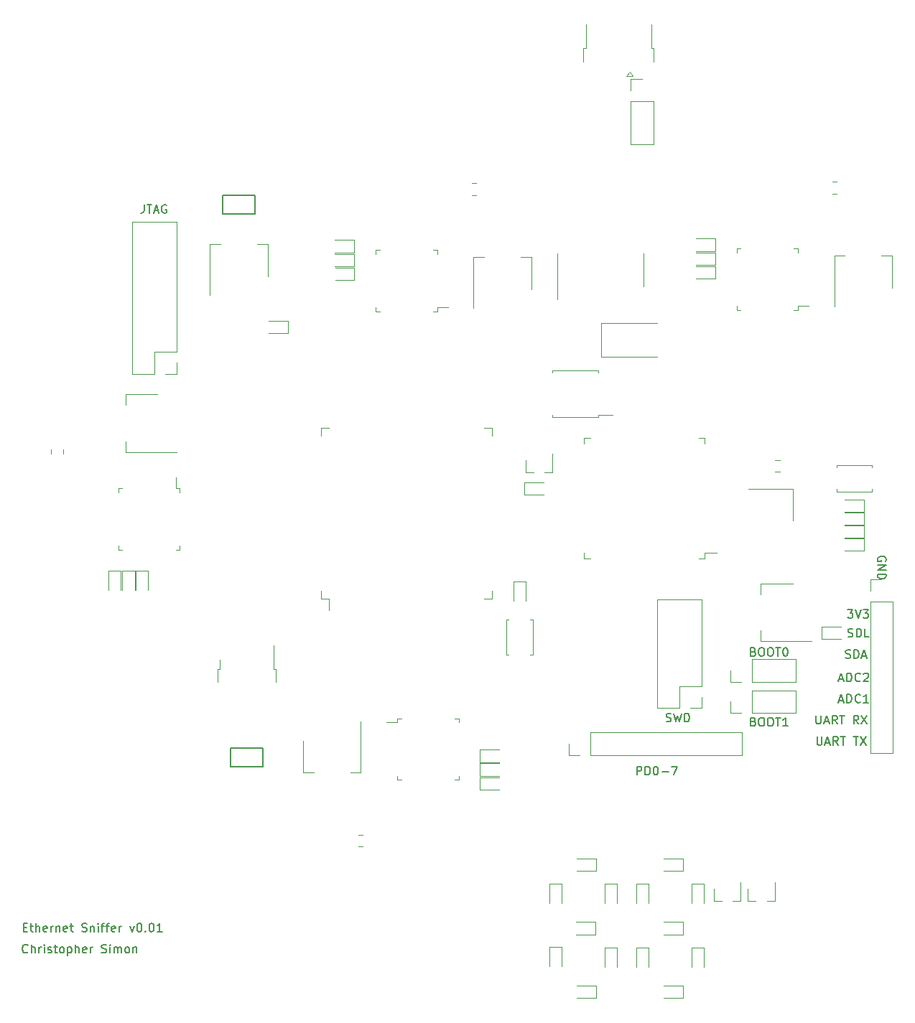
<source format=gbr>
G04 #@! TF.GenerationSoftware,KiCad,Pcbnew,(5.1.6)-1*
G04 #@! TF.CreationDate,2020-06-16T21:04:05+02:00*
G04 #@! TF.ProjectId,ethernet-sniffer,65746865-726e-4657-942d-736e69666665,rev?*
G04 #@! TF.SameCoordinates,Original*
G04 #@! TF.FileFunction,Legend,Top*
G04 #@! TF.FilePolarity,Positive*
%FSLAX46Y46*%
G04 Gerber Fmt 4.6, Leading zero omitted, Abs format (unit mm)*
G04 Created by KiCad (PCBNEW (5.1.6)-1) date 2020-06-16 21:04:05*
%MOMM*%
%LPD*%
G01*
G04 APERTURE LIST*
%ADD10C,0.150000*%
%ADD11C,0.120000*%
G04 APERTURE END LIST*
D10*
X109357142Y-142857142D02*
X109309523Y-142904761D01*
X109166666Y-142952380D01*
X109071428Y-142952380D01*
X108928571Y-142904761D01*
X108833333Y-142809523D01*
X108785714Y-142714285D01*
X108738095Y-142523809D01*
X108738095Y-142380952D01*
X108785714Y-142190476D01*
X108833333Y-142095238D01*
X108928571Y-142000000D01*
X109071428Y-141952380D01*
X109166666Y-141952380D01*
X109309523Y-142000000D01*
X109357142Y-142047619D01*
X109785714Y-142952380D02*
X109785714Y-141952380D01*
X110214285Y-142952380D02*
X110214285Y-142428571D01*
X110166666Y-142333333D01*
X110071428Y-142285714D01*
X109928571Y-142285714D01*
X109833333Y-142333333D01*
X109785714Y-142380952D01*
X110690476Y-142952380D02*
X110690476Y-142285714D01*
X110690476Y-142476190D02*
X110738095Y-142380952D01*
X110785714Y-142333333D01*
X110880952Y-142285714D01*
X110976190Y-142285714D01*
X111309523Y-142952380D02*
X111309523Y-142285714D01*
X111309523Y-141952380D02*
X111261904Y-142000000D01*
X111309523Y-142047619D01*
X111357142Y-142000000D01*
X111309523Y-141952380D01*
X111309523Y-142047619D01*
X111738095Y-142904761D02*
X111833333Y-142952380D01*
X112023809Y-142952380D01*
X112119047Y-142904761D01*
X112166666Y-142809523D01*
X112166666Y-142761904D01*
X112119047Y-142666666D01*
X112023809Y-142619047D01*
X111880952Y-142619047D01*
X111785714Y-142571428D01*
X111738095Y-142476190D01*
X111738095Y-142428571D01*
X111785714Y-142333333D01*
X111880952Y-142285714D01*
X112023809Y-142285714D01*
X112119047Y-142333333D01*
X112452380Y-142285714D02*
X112833333Y-142285714D01*
X112595238Y-141952380D02*
X112595238Y-142809523D01*
X112642857Y-142904761D01*
X112738095Y-142952380D01*
X112833333Y-142952380D01*
X113309523Y-142952380D02*
X113214285Y-142904761D01*
X113166666Y-142857142D01*
X113119047Y-142761904D01*
X113119047Y-142476190D01*
X113166666Y-142380952D01*
X113214285Y-142333333D01*
X113309523Y-142285714D01*
X113452380Y-142285714D01*
X113547619Y-142333333D01*
X113595238Y-142380952D01*
X113642857Y-142476190D01*
X113642857Y-142761904D01*
X113595238Y-142857142D01*
X113547619Y-142904761D01*
X113452380Y-142952380D01*
X113309523Y-142952380D01*
X114071428Y-142285714D02*
X114071428Y-143285714D01*
X114071428Y-142333333D02*
X114166666Y-142285714D01*
X114357142Y-142285714D01*
X114452380Y-142333333D01*
X114500000Y-142380952D01*
X114547619Y-142476190D01*
X114547619Y-142761904D01*
X114500000Y-142857142D01*
X114452380Y-142904761D01*
X114357142Y-142952380D01*
X114166666Y-142952380D01*
X114071428Y-142904761D01*
X114976190Y-142952380D02*
X114976190Y-141952380D01*
X115404761Y-142952380D02*
X115404761Y-142428571D01*
X115357142Y-142333333D01*
X115261904Y-142285714D01*
X115119047Y-142285714D01*
X115023809Y-142333333D01*
X114976190Y-142380952D01*
X116261904Y-142904761D02*
X116166666Y-142952380D01*
X115976190Y-142952380D01*
X115880952Y-142904761D01*
X115833333Y-142809523D01*
X115833333Y-142428571D01*
X115880952Y-142333333D01*
X115976190Y-142285714D01*
X116166666Y-142285714D01*
X116261904Y-142333333D01*
X116309523Y-142428571D01*
X116309523Y-142523809D01*
X115833333Y-142619047D01*
X116738095Y-142952380D02*
X116738095Y-142285714D01*
X116738095Y-142476190D02*
X116785714Y-142380952D01*
X116833333Y-142333333D01*
X116928571Y-142285714D01*
X117023809Y-142285714D01*
X118071428Y-142904761D02*
X118214285Y-142952380D01*
X118452380Y-142952380D01*
X118547619Y-142904761D01*
X118595238Y-142857142D01*
X118642857Y-142761904D01*
X118642857Y-142666666D01*
X118595238Y-142571428D01*
X118547619Y-142523809D01*
X118452380Y-142476190D01*
X118261904Y-142428571D01*
X118166666Y-142380952D01*
X118119047Y-142333333D01*
X118071428Y-142238095D01*
X118071428Y-142142857D01*
X118119047Y-142047619D01*
X118166666Y-142000000D01*
X118261904Y-141952380D01*
X118500000Y-141952380D01*
X118642857Y-142000000D01*
X119071428Y-142952380D02*
X119071428Y-142285714D01*
X119071428Y-141952380D02*
X119023809Y-142000000D01*
X119071428Y-142047619D01*
X119119047Y-142000000D01*
X119071428Y-141952380D01*
X119071428Y-142047619D01*
X119547619Y-142952380D02*
X119547619Y-142285714D01*
X119547619Y-142380952D02*
X119595238Y-142333333D01*
X119690476Y-142285714D01*
X119833333Y-142285714D01*
X119928571Y-142333333D01*
X119976190Y-142428571D01*
X119976190Y-142952380D01*
X119976190Y-142428571D02*
X120023809Y-142333333D01*
X120119047Y-142285714D01*
X120261904Y-142285714D01*
X120357142Y-142333333D01*
X120404761Y-142428571D01*
X120404761Y-142952380D01*
X121023809Y-142952380D02*
X120928571Y-142904761D01*
X120880952Y-142857142D01*
X120833333Y-142761904D01*
X120833333Y-142476190D01*
X120880952Y-142380952D01*
X120928571Y-142333333D01*
X121023809Y-142285714D01*
X121166666Y-142285714D01*
X121261904Y-142333333D01*
X121309523Y-142380952D01*
X121357142Y-142476190D01*
X121357142Y-142761904D01*
X121309523Y-142857142D01*
X121261904Y-142904761D01*
X121166666Y-142952380D01*
X121023809Y-142952380D01*
X121785714Y-142285714D02*
X121785714Y-142952380D01*
X121785714Y-142380952D02*
X121833333Y-142333333D01*
X121928571Y-142285714D01*
X122071428Y-142285714D01*
X122166666Y-142333333D01*
X122214285Y-142428571D01*
X122214285Y-142952380D01*
X194916666Y-107428571D02*
X195059523Y-107476190D01*
X195107142Y-107523809D01*
X195154761Y-107619047D01*
X195154761Y-107761904D01*
X195107142Y-107857142D01*
X195059523Y-107904761D01*
X194964285Y-107952380D01*
X194583333Y-107952380D01*
X194583333Y-106952380D01*
X194916666Y-106952380D01*
X195011904Y-107000000D01*
X195059523Y-107047619D01*
X195107142Y-107142857D01*
X195107142Y-107238095D01*
X195059523Y-107333333D01*
X195011904Y-107380952D01*
X194916666Y-107428571D01*
X194583333Y-107428571D01*
X195773809Y-106952380D02*
X195964285Y-106952380D01*
X196059523Y-107000000D01*
X196154761Y-107095238D01*
X196202380Y-107285714D01*
X196202380Y-107619047D01*
X196154761Y-107809523D01*
X196059523Y-107904761D01*
X195964285Y-107952380D01*
X195773809Y-107952380D01*
X195678571Y-107904761D01*
X195583333Y-107809523D01*
X195535714Y-107619047D01*
X195535714Y-107285714D01*
X195583333Y-107095238D01*
X195678571Y-107000000D01*
X195773809Y-106952380D01*
X196821428Y-106952380D02*
X197011904Y-106952380D01*
X197107142Y-107000000D01*
X197202380Y-107095238D01*
X197250000Y-107285714D01*
X197250000Y-107619047D01*
X197202380Y-107809523D01*
X197107142Y-107904761D01*
X197011904Y-107952380D01*
X196821428Y-107952380D01*
X196726190Y-107904761D01*
X196630952Y-107809523D01*
X196583333Y-107619047D01*
X196583333Y-107285714D01*
X196630952Y-107095238D01*
X196726190Y-107000000D01*
X196821428Y-106952380D01*
X197535714Y-106952380D02*
X198107142Y-106952380D01*
X197821428Y-107952380D02*
X197821428Y-106952380D01*
X198630952Y-106952380D02*
X198726190Y-106952380D01*
X198821428Y-107000000D01*
X198869047Y-107047619D01*
X198916666Y-107142857D01*
X198964285Y-107333333D01*
X198964285Y-107571428D01*
X198916666Y-107761904D01*
X198869047Y-107857142D01*
X198821428Y-107904761D01*
X198726190Y-107952380D01*
X198630952Y-107952380D01*
X198535714Y-107904761D01*
X198488095Y-107857142D01*
X198440476Y-107761904D01*
X198392857Y-107571428D01*
X198392857Y-107333333D01*
X198440476Y-107142857D01*
X198488095Y-107047619D01*
X198535714Y-107000000D01*
X198630952Y-106952380D01*
X194916666Y-115678571D02*
X195059523Y-115726190D01*
X195107142Y-115773809D01*
X195154761Y-115869047D01*
X195154761Y-116011904D01*
X195107142Y-116107142D01*
X195059523Y-116154761D01*
X194964285Y-116202380D01*
X194583333Y-116202380D01*
X194583333Y-115202380D01*
X194916666Y-115202380D01*
X195011904Y-115250000D01*
X195059523Y-115297619D01*
X195107142Y-115392857D01*
X195107142Y-115488095D01*
X195059523Y-115583333D01*
X195011904Y-115630952D01*
X194916666Y-115678571D01*
X194583333Y-115678571D01*
X195773809Y-115202380D02*
X195964285Y-115202380D01*
X196059523Y-115250000D01*
X196154761Y-115345238D01*
X196202380Y-115535714D01*
X196202380Y-115869047D01*
X196154761Y-116059523D01*
X196059523Y-116154761D01*
X195964285Y-116202380D01*
X195773809Y-116202380D01*
X195678571Y-116154761D01*
X195583333Y-116059523D01*
X195535714Y-115869047D01*
X195535714Y-115535714D01*
X195583333Y-115345238D01*
X195678571Y-115250000D01*
X195773809Y-115202380D01*
X196821428Y-115202380D02*
X197011904Y-115202380D01*
X197107142Y-115250000D01*
X197202380Y-115345238D01*
X197250000Y-115535714D01*
X197250000Y-115869047D01*
X197202380Y-116059523D01*
X197107142Y-116154761D01*
X197011904Y-116202380D01*
X196821428Y-116202380D01*
X196726190Y-116154761D01*
X196630952Y-116059523D01*
X196583333Y-115869047D01*
X196583333Y-115535714D01*
X196630952Y-115345238D01*
X196726190Y-115250000D01*
X196821428Y-115202380D01*
X197535714Y-115202380D02*
X198107142Y-115202380D01*
X197821428Y-116202380D02*
X197821428Y-115202380D01*
X198964285Y-116202380D02*
X198392857Y-116202380D01*
X198678571Y-116202380D02*
X198678571Y-115202380D01*
X198583333Y-115345238D01*
X198488095Y-115440476D01*
X198392857Y-115488095D01*
X184642857Y-115654761D02*
X184785714Y-115702380D01*
X185023809Y-115702380D01*
X185119047Y-115654761D01*
X185166666Y-115607142D01*
X185214285Y-115511904D01*
X185214285Y-115416666D01*
X185166666Y-115321428D01*
X185119047Y-115273809D01*
X185023809Y-115226190D01*
X184833333Y-115178571D01*
X184738095Y-115130952D01*
X184690476Y-115083333D01*
X184642857Y-114988095D01*
X184642857Y-114892857D01*
X184690476Y-114797619D01*
X184738095Y-114750000D01*
X184833333Y-114702380D01*
X185071428Y-114702380D01*
X185214285Y-114750000D01*
X185547619Y-114702380D02*
X185785714Y-115702380D01*
X185976190Y-114988095D01*
X186166666Y-115702380D01*
X186404761Y-114702380D01*
X186785714Y-115702380D02*
X186785714Y-114702380D01*
X187023809Y-114702380D01*
X187166666Y-114750000D01*
X187261904Y-114845238D01*
X187309523Y-114940476D01*
X187357142Y-115130952D01*
X187357142Y-115273809D01*
X187309523Y-115464285D01*
X187261904Y-115559523D01*
X187166666Y-115654761D01*
X187023809Y-115702380D01*
X186785714Y-115702380D01*
X123083333Y-54702380D02*
X123083333Y-55416666D01*
X123035714Y-55559523D01*
X122940476Y-55654761D01*
X122797619Y-55702380D01*
X122702380Y-55702380D01*
X123416666Y-54702380D02*
X123988095Y-54702380D01*
X123702380Y-55702380D02*
X123702380Y-54702380D01*
X124273809Y-55416666D02*
X124750000Y-55416666D01*
X124178571Y-55702380D02*
X124511904Y-54702380D01*
X124845238Y-55702380D01*
X125702380Y-54750000D02*
X125607142Y-54702380D01*
X125464285Y-54702380D01*
X125321428Y-54750000D01*
X125226190Y-54845238D01*
X125178571Y-54940476D01*
X125130952Y-55130952D01*
X125130952Y-55273809D01*
X125178571Y-55464285D01*
X125226190Y-55559523D01*
X125321428Y-55654761D01*
X125464285Y-55702380D01*
X125559523Y-55702380D01*
X125702380Y-55654761D01*
X125750000Y-55607142D01*
X125750000Y-55273809D01*
X125559523Y-55273809D01*
X181166666Y-121952380D02*
X181166666Y-120952380D01*
X181547619Y-120952380D01*
X181642857Y-121000000D01*
X181690476Y-121047619D01*
X181738095Y-121142857D01*
X181738095Y-121285714D01*
X181690476Y-121380952D01*
X181642857Y-121428571D01*
X181547619Y-121476190D01*
X181166666Y-121476190D01*
X182166666Y-121952380D02*
X182166666Y-120952380D01*
X182404761Y-120952380D01*
X182547619Y-121000000D01*
X182642857Y-121095238D01*
X182690476Y-121190476D01*
X182738095Y-121380952D01*
X182738095Y-121523809D01*
X182690476Y-121714285D01*
X182642857Y-121809523D01*
X182547619Y-121904761D01*
X182404761Y-121952380D01*
X182166666Y-121952380D01*
X183357142Y-120952380D02*
X183452380Y-120952380D01*
X183547619Y-121000000D01*
X183595238Y-121047619D01*
X183642857Y-121142857D01*
X183690476Y-121333333D01*
X183690476Y-121571428D01*
X183642857Y-121761904D01*
X183595238Y-121857142D01*
X183547619Y-121904761D01*
X183452380Y-121952380D01*
X183357142Y-121952380D01*
X183261904Y-121904761D01*
X183214285Y-121857142D01*
X183166666Y-121761904D01*
X183119047Y-121571428D01*
X183119047Y-121333333D01*
X183166666Y-121142857D01*
X183214285Y-121047619D01*
X183261904Y-121000000D01*
X183357142Y-120952380D01*
X184119047Y-121571428D02*
X184880952Y-121571428D01*
X185261904Y-120952380D02*
X185928571Y-120952380D01*
X185500000Y-121952380D01*
X206011904Y-102452380D02*
X206630952Y-102452380D01*
X206297619Y-102833333D01*
X206440476Y-102833333D01*
X206535714Y-102880952D01*
X206583333Y-102928571D01*
X206630952Y-103023809D01*
X206630952Y-103261904D01*
X206583333Y-103357142D01*
X206535714Y-103404761D01*
X206440476Y-103452380D01*
X206154761Y-103452380D01*
X206059523Y-103404761D01*
X206011904Y-103357142D01*
X206916666Y-102452380D02*
X207250000Y-103452380D01*
X207583333Y-102452380D01*
X207821428Y-102452380D02*
X208440476Y-102452380D01*
X208107142Y-102833333D01*
X208250000Y-102833333D01*
X208345238Y-102880952D01*
X208392857Y-102928571D01*
X208440476Y-103023809D01*
X208440476Y-103261904D01*
X208392857Y-103357142D01*
X208345238Y-103404761D01*
X208250000Y-103452380D01*
X207964285Y-103452380D01*
X207869047Y-103404761D01*
X207821428Y-103357142D01*
X210500000Y-96738095D02*
X210547619Y-96642857D01*
X210547619Y-96500000D01*
X210500000Y-96357142D01*
X210404761Y-96261904D01*
X210309523Y-96214285D01*
X210119047Y-96166666D01*
X209976190Y-96166666D01*
X209785714Y-96214285D01*
X209690476Y-96261904D01*
X209595238Y-96357142D01*
X209547619Y-96500000D01*
X209547619Y-96595238D01*
X209595238Y-96738095D01*
X209642857Y-96785714D01*
X209976190Y-96785714D01*
X209976190Y-96595238D01*
X209547619Y-97214285D02*
X210547619Y-97214285D01*
X209547619Y-97785714D01*
X210547619Y-97785714D01*
X209547619Y-98261904D02*
X210547619Y-98261904D01*
X210547619Y-98500000D01*
X210500000Y-98642857D01*
X210404761Y-98738095D01*
X210309523Y-98785714D01*
X210119047Y-98833333D01*
X209976190Y-98833333D01*
X209785714Y-98785714D01*
X209690476Y-98738095D01*
X209595238Y-98642857D01*
X209547619Y-98500000D01*
X209547619Y-98261904D01*
X202416666Y-117452380D02*
X202416666Y-118261904D01*
X202464285Y-118357142D01*
X202511904Y-118404761D01*
X202607142Y-118452380D01*
X202797619Y-118452380D01*
X202892857Y-118404761D01*
X202940476Y-118357142D01*
X202988095Y-118261904D01*
X202988095Y-117452380D01*
X203416666Y-118166666D02*
X203892857Y-118166666D01*
X203321428Y-118452380D02*
X203654761Y-117452380D01*
X203988095Y-118452380D01*
X204892857Y-118452380D02*
X204559523Y-117976190D01*
X204321428Y-118452380D02*
X204321428Y-117452380D01*
X204702380Y-117452380D01*
X204797619Y-117500000D01*
X204845238Y-117547619D01*
X204892857Y-117642857D01*
X204892857Y-117785714D01*
X204845238Y-117880952D01*
X204797619Y-117928571D01*
X204702380Y-117976190D01*
X204321428Y-117976190D01*
X205178571Y-117452380D02*
X205750000Y-117452380D01*
X205464285Y-118452380D02*
X205464285Y-117452380D01*
X206702380Y-117452380D02*
X207273809Y-117452380D01*
X206988095Y-118452380D02*
X206988095Y-117452380D01*
X207511904Y-117452380D02*
X208178571Y-118452380D01*
X208178571Y-117452380D02*
X207511904Y-118452380D01*
X202297619Y-114952380D02*
X202297619Y-115761904D01*
X202345238Y-115857142D01*
X202392857Y-115904761D01*
X202488095Y-115952380D01*
X202678571Y-115952380D01*
X202773809Y-115904761D01*
X202821428Y-115857142D01*
X202869047Y-115761904D01*
X202869047Y-114952380D01*
X203297619Y-115666666D02*
X203773809Y-115666666D01*
X203202380Y-115952380D02*
X203535714Y-114952380D01*
X203869047Y-115952380D01*
X204773809Y-115952380D02*
X204440476Y-115476190D01*
X204202380Y-115952380D02*
X204202380Y-114952380D01*
X204583333Y-114952380D01*
X204678571Y-115000000D01*
X204726190Y-115047619D01*
X204773809Y-115142857D01*
X204773809Y-115285714D01*
X204726190Y-115380952D01*
X204678571Y-115428571D01*
X204583333Y-115476190D01*
X204202380Y-115476190D01*
X205059523Y-114952380D02*
X205630952Y-114952380D01*
X205345238Y-115952380D02*
X205345238Y-114952380D01*
X207297619Y-115952380D02*
X206964285Y-115476190D01*
X206726190Y-115952380D02*
X206726190Y-114952380D01*
X207107142Y-114952380D01*
X207202380Y-115000000D01*
X207250000Y-115047619D01*
X207297619Y-115142857D01*
X207297619Y-115285714D01*
X207250000Y-115380952D01*
X207202380Y-115428571D01*
X207107142Y-115476190D01*
X206726190Y-115476190D01*
X207630952Y-114952380D02*
X208297619Y-115952380D01*
X208297619Y-114952380D02*
X207630952Y-115952380D01*
X205035714Y-113166666D02*
X205511904Y-113166666D01*
X204940476Y-113452380D02*
X205273809Y-112452380D01*
X205607142Y-113452380D01*
X205940476Y-113452380D02*
X205940476Y-112452380D01*
X206178571Y-112452380D01*
X206321428Y-112500000D01*
X206416666Y-112595238D01*
X206464285Y-112690476D01*
X206511904Y-112880952D01*
X206511904Y-113023809D01*
X206464285Y-113214285D01*
X206416666Y-113309523D01*
X206321428Y-113404761D01*
X206178571Y-113452380D01*
X205940476Y-113452380D01*
X207511904Y-113357142D02*
X207464285Y-113404761D01*
X207321428Y-113452380D01*
X207226190Y-113452380D01*
X207083333Y-113404761D01*
X206988095Y-113309523D01*
X206940476Y-113214285D01*
X206892857Y-113023809D01*
X206892857Y-112880952D01*
X206940476Y-112690476D01*
X206988095Y-112595238D01*
X207083333Y-112500000D01*
X207226190Y-112452380D01*
X207321428Y-112452380D01*
X207464285Y-112500000D01*
X207511904Y-112547619D01*
X208464285Y-113452380D02*
X207892857Y-113452380D01*
X208178571Y-113452380D02*
X208178571Y-112452380D01*
X208083333Y-112595238D01*
X207988095Y-112690476D01*
X207892857Y-112738095D01*
X205035714Y-110666666D02*
X205511904Y-110666666D01*
X204940476Y-110952380D02*
X205273809Y-109952380D01*
X205607142Y-110952380D01*
X205940476Y-110952380D02*
X205940476Y-109952380D01*
X206178571Y-109952380D01*
X206321428Y-110000000D01*
X206416666Y-110095238D01*
X206464285Y-110190476D01*
X206511904Y-110380952D01*
X206511904Y-110523809D01*
X206464285Y-110714285D01*
X206416666Y-110809523D01*
X206321428Y-110904761D01*
X206178571Y-110952380D01*
X205940476Y-110952380D01*
X207511904Y-110857142D02*
X207464285Y-110904761D01*
X207321428Y-110952380D01*
X207226190Y-110952380D01*
X207083333Y-110904761D01*
X206988095Y-110809523D01*
X206940476Y-110714285D01*
X206892857Y-110523809D01*
X206892857Y-110380952D01*
X206940476Y-110190476D01*
X206988095Y-110095238D01*
X207083333Y-110000000D01*
X207226190Y-109952380D01*
X207321428Y-109952380D01*
X207464285Y-110000000D01*
X207511904Y-110047619D01*
X207892857Y-110047619D02*
X207940476Y-110000000D01*
X208035714Y-109952380D01*
X208273809Y-109952380D01*
X208369047Y-110000000D01*
X208416666Y-110047619D01*
X208464285Y-110142857D01*
X208464285Y-110238095D01*
X208416666Y-110380952D01*
X207845238Y-110952380D01*
X208464285Y-110952380D01*
X205785714Y-108154761D02*
X205928571Y-108202380D01*
X206166666Y-108202380D01*
X206261904Y-108154761D01*
X206309523Y-108107142D01*
X206357142Y-108011904D01*
X206357142Y-107916666D01*
X206309523Y-107821428D01*
X206261904Y-107773809D01*
X206166666Y-107726190D01*
X205976190Y-107678571D01*
X205880952Y-107630952D01*
X205833333Y-107583333D01*
X205785714Y-107488095D01*
X205785714Y-107392857D01*
X205833333Y-107297619D01*
X205880952Y-107250000D01*
X205976190Y-107202380D01*
X206214285Y-107202380D01*
X206357142Y-107250000D01*
X206785714Y-108202380D02*
X206785714Y-107202380D01*
X207023809Y-107202380D01*
X207166666Y-107250000D01*
X207261904Y-107345238D01*
X207309523Y-107440476D01*
X207357142Y-107630952D01*
X207357142Y-107773809D01*
X207309523Y-107964285D01*
X207261904Y-108059523D01*
X207166666Y-108154761D01*
X207023809Y-108202380D01*
X206785714Y-108202380D01*
X207738095Y-107916666D02*
X208214285Y-107916666D01*
X207642857Y-108202380D02*
X207976190Y-107202380D01*
X208309523Y-108202380D01*
X206059523Y-105654761D02*
X206202380Y-105702380D01*
X206440476Y-105702380D01*
X206535714Y-105654761D01*
X206583333Y-105607142D01*
X206630952Y-105511904D01*
X206630952Y-105416666D01*
X206583333Y-105321428D01*
X206535714Y-105273809D01*
X206440476Y-105226190D01*
X206250000Y-105178571D01*
X206154761Y-105130952D01*
X206107142Y-105083333D01*
X206059523Y-104988095D01*
X206059523Y-104892857D01*
X206107142Y-104797619D01*
X206154761Y-104750000D01*
X206250000Y-104702380D01*
X206488095Y-104702380D01*
X206630952Y-104750000D01*
X207059523Y-105702380D02*
X207059523Y-104702380D01*
X207297619Y-104702380D01*
X207440476Y-104750000D01*
X207535714Y-104845238D01*
X207583333Y-104940476D01*
X207630952Y-105130952D01*
X207630952Y-105273809D01*
X207583333Y-105464285D01*
X207535714Y-105559523D01*
X207440476Y-105654761D01*
X207297619Y-105702380D01*
X207059523Y-105702380D01*
X208535714Y-105702380D02*
X208059523Y-105702380D01*
X208059523Y-104702380D01*
X108857142Y-139928571D02*
X109190476Y-139928571D01*
X109333333Y-140452380D02*
X108857142Y-140452380D01*
X108857142Y-139452380D01*
X109333333Y-139452380D01*
X109619047Y-139785714D02*
X110000000Y-139785714D01*
X109761904Y-139452380D02*
X109761904Y-140309523D01*
X109809523Y-140404761D01*
X109904761Y-140452380D01*
X110000000Y-140452380D01*
X110333333Y-140452380D02*
X110333333Y-139452380D01*
X110761904Y-140452380D02*
X110761904Y-139928571D01*
X110714285Y-139833333D01*
X110619047Y-139785714D01*
X110476190Y-139785714D01*
X110380952Y-139833333D01*
X110333333Y-139880952D01*
X111619047Y-140404761D02*
X111523809Y-140452380D01*
X111333333Y-140452380D01*
X111238095Y-140404761D01*
X111190476Y-140309523D01*
X111190476Y-139928571D01*
X111238095Y-139833333D01*
X111333333Y-139785714D01*
X111523809Y-139785714D01*
X111619047Y-139833333D01*
X111666666Y-139928571D01*
X111666666Y-140023809D01*
X111190476Y-140119047D01*
X112095238Y-140452380D02*
X112095238Y-139785714D01*
X112095238Y-139976190D02*
X112142857Y-139880952D01*
X112190476Y-139833333D01*
X112285714Y-139785714D01*
X112380952Y-139785714D01*
X112714285Y-139785714D02*
X112714285Y-140452380D01*
X112714285Y-139880952D02*
X112761904Y-139833333D01*
X112857142Y-139785714D01*
X113000000Y-139785714D01*
X113095238Y-139833333D01*
X113142857Y-139928571D01*
X113142857Y-140452380D01*
X114000000Y-140404761D02*
X113904761Y-140452380D01*
X113714285Y-140452380D01*
X113619047Y-140404761D01*
X113571428Y-140309523D01*
X113571428Y-139928571D01*
X113619047Y-139833333D01*
X113714285Y-139785714D01*
X113904761Y-139785714D01*
X114000000Y-139833333D01*
X114047619Y-139928571D01*
X114047619Y-140023809D01*
X113571428Y-140119047D01*
X114333333Y-139785714D02*
X114714285Y-139785714D01*
X114476190Y-139452380D02*
X114476190Y-140309523D01*
X114523809Y-140404761D01*
X114619047Y-140452380D01*
X114714285Y-140452380D01*
X115761904Y-140404761D02*
X115904761Y-140452380D01*
X116142857Y-140452380D01*
X116238095Y-140404761D01*
X116285714Y-140357142D01*
X116333333Y-140261904D01*
X116333333Y-140166666D01*
X116285714Y-140071428D01*
X116238095Y-140023809D01*
X116142857Y-139976190D01*
X115952380Y-139928571D01*
X115857142Y-139880952D01*
X115809523Y-139833333D01*
X115761904Y-139738095D01*
X115761904Y-139642857D01*
X115809523Y-139547619D01*
X115857142Y-139500000D01*
X115952380Y-139452380D01*
X116190476Y-139452380D01*
X116333333Y-139500000D01*
X116761904Y-139785714D02*
X116761904Y-140452380D01*
X116761904Y-139880952D02*
X116809523Y-139833333D01*
X116904761Y-139785714D01*
X117047619Y-139785714D01*
X117142857Y-139833333D01*
X117190476Y-139928571D01*
X117190476Y-140452380D01*
X117666666Y-140452380D02*
X117666666Y-139785714D01*
X117666666Y-139452380D02*
X117619047Y-139500000D01*
X117666666Y-139547619D01*
X117714285Y-139500000D01*
X117666666Y-139452380D01*
X117666666Y-139547619D01*
X118000000Y-139785714D02*
X118380952Y-139785714D01*
X118142857Y-140452380D02*
X118142857Y-139595238D01*
X118190476Y-139500000D01*
X118285714Y-139452380D01*
X118380952Y-139452380D01*
X118571428Y-139785714D02*
X118952380Y-139785714D01*
X118714285Y-140452380D02*
X118714285Y-139595238D01*
X118761904Y-139500000D01*
X118857142Y-139452380D01*
X118952380Y-139452380D01*
X119666666Y-140404761D02*
X119571428Y-140452380D01*
X119380952Y-140452380D01*
X119285714Y-140404761D01*
X119238095Y-140309523D01*
X119238095Y-139928571D01*
X119285714Y-139833333D01*
X119380952Y-139785714D01*
X119571428Y-139785714D01*
X119666666Y-139833333D01*
X119714285Y-139928571D01*
X119714285Y-140023809D01*
X119238095Y-140119047D01*
X120142857Y-140452380D02*
X120142857Y-139785714D01*
X120142857Y-139976190D02*
X120190476Y-139880952D01*
X120238095Y-139833333D01*
X120333333Y-139785714D01*
X120428571Y-139785714D01*
X121428571Y-139785714D02*
X121666666Y-140452380D01*
X121904761Y-139785714D01*
X122476190Y-139452380D02*
X122571428Y-139452380D01*
X122666666Y-139500000D01*
X122714285Y-139547619D01*
X122761904Y-139642857D01*
X122809523Y-139833333D01*
X122809523Y-140071428D01*
X122761904Y-140261904D01*
X122714285Y-140357142D01*
X122666666Y-140404761D01*
X122571428Y-140452380D01*
X122476190Y-140452380D01*
X122380952Y-140404761D01*
X122333333Y-140357142D01*
X122285714Y-140261904D01*
X122238095Y-140071428D01*
X122238095Y-139833333D01*
X122285714Y-139642857D01*
X122333333Y-139547619D01*
X122380952Y-139500000D01*
X122476190Y-139452380D01*
X123238095Y-140357142D02*
X123285714Y-140404761D01*
X123238095Y-140452380D01*
X123190476Y-140404761D01*
X123238095Y-140357142D01*
X123238095Y-140452380D01*
X123904761Y-139452380D02*
X123999999Y-139452380D01*
X124095238Y-139500000D01*
X124142857Y-139547619D01*
X124190476Y-139642857D01*
X124238095Y-139833333D01*
X124238095Y-140071428D01*
X124190476Y-140261904D01*
X124142857Y-140357142D01*
X124095238Y-140404761D01*
X123999999Y-140452380D01*
X123904761Y-140452380D01*
X123809523Y-140404761D01*
X123761904Y-140357142D01*
X123714285Y-140261904D01*
X123666666Y-140071428D01*
X123666666Y-139833333D01*
X123714285Y-139642857D01*
X123761904Y-139547619D01*
X123809523Y-139500000D01*
X123904761Y-139452380D01*
X125190476Y-140452380D02*
X124619047Y-140452380D01*
X124904761Y-140452380D02*
X124904761Y-139452380D01*
X124809523Y-139595238D01*
X124714285Y-139690476D01*
X124619047Y-139738095D01*
D11*
X208670000Y-119360000D02*
X211330000Y-119360000D01*
X208670000Y-101520000D02*
X208670000Y-119360000D01*
X211330000Y-101520000D02*
X211330000Y-119360000D01*
X208670000Y-101520000D02*
X211330000Y-101520000D01*
X208670000Y-100250000D02*
X208670000Y-98920000D01*
X208670000Y-98920000D02*
X210000000Y-98920000D01*
X180470000Y-39870000D02*
X181800000Y-39870000D01*
X180470000Y-41200000D02*
X180470000Y-39870000D01*
X180470000Y-42470000D02*
X183130000Y-42470000D01*
X183130000Y-42470000D02*
X183130000Y-47610000D01*
X180470000Y-42470000D02*
X180470000Y-47610000D01*
X180470000Y-47610000D02*
X183130000Y-47610000D01*
X192175000Y-110977000D02*
X192175000Y-109647000D01*
X193505000Y-110977000D02*
X192175000Y-110977000D01*
X194775000Y-110977000D02*
X194775000Y-108317000D01*
X194775000Y-108317000D02*
X199915000Y-108317000D01*
X194775000Y-110977000D02*
X199915000Y-110977000D01*
X199915000Y-110977000D02*
X199915000Y-108317000D01*
X178829000Y-144601000D02*
X178829000Y-142316000D01*
X178829000Y-142316000D02*
X177359000Y-142316000D01*
X177359000Y-142316000D02*
X177359000Y-144601000D01*
X172329000Y-137101000D02*
X172329000Y-134816000D01*
X172329000Y-134816000D02*
X170859000Y-134816000D01*
X170859000Y-134816000D02*
X170859000Y-137101000D01*
X174006500Y-140786000D02*
X176291500Y-140786000D01*
X176291500Y-140786000D02*
X176291500Y-139316000D01*
X176291500Y-139316000D02*
X174006500Y-139316000D01*
X182579000Y-144601000D02*
X182579000Y-142316000D01*
X182579000Y-142316000D02*
X181109000Y-142316000D01*
X181109000Y-142316000D02*
X181109000Y-144601000D01*
X184294000Y-140786000D02*
X186579000Y-140786000D01*
X186579000Y-140786000D02*
X186579000Y-139316000D01*
X186579000Y-139316000D02*
X184294000Y-139316000D01*
X184294000Y-148286000D02*
X186579000Y-148286000D01*
X186579000Y-148286000D02*
X186579000Y-146816000D01*
X186579000Y-146816000D02*
X184294000Y-146816000D01*
X174081500Y-148286000D02*
X176366500Y-148286000D01*
X176366500Y-148286000D02*
X176366500Y-146816000D01*
X176366500Y-146816000D02*
X174081500Y-146816000D01*
X184294000Y-133286000D02*
X186579000Y-133286000D01*
X186579000Y-133286000D02*
X186579000Y-131816000D01*
X186579000Y-131816000D02*
X184294000Y-131816000D01*
X194264000Y-136811000D02*
X195194000Y-136811000D01*
X197424000Y-136811000D02*
X196494000Y-136811000D01*
X197424000Y-136811000D02*
X197424000Y-134651000D01*
X194264000Y-136811000D02*
X194264000Y-135351000D01*
X189079000Y-137101000D02*
X189079000Y-134816000D01*
X189079000Y-134816000D02*
X187609000Y-134816000D01*
X187609000Y-134816000D02*
X187609000Y-137101000D01*
X190264000Y-136811000D02*
X191194000Y-136811000D01*
X193424000Y-136811000D02*
X192494000Y-136811000D01*
X193424000Y-136811000D02*
X193424000Y-134651000D01*
X190264000Y-136811000D02*
X190264000Y-135351000D01*
X172329000Y-144563500D02*
X172329000Y-142278500D01*
X172329000Y-142278500D02*
X170859000Y-142278500D01*
X170859000Y-142278500D02*
X170859000Y-144563500D01*
X174044000Y-133286000D02*
X176329000Y-133286000D01*
X176329000Y-133286000D02*
X176329000Y-131816000D01*
X176329000Y-131816000D02*
X174044000Y-131816000D01*
X178829000Y-137063500D02*
X178829000Y-134778500D01*
X178829000Y-134778500D02*
X177359000Y-134778500D01*
X177359000Y-134778500D02*
X177359000Y-137063500D01*
X182579000Y-137101000D02*
X182579000Y-134816000D01*
X182579000Y-134816000D02*
X181109000Y-134816000D01*
X181109000Y-134816000D02*
X181109000Y-137101000D01*
X189079000Y-144601000D02*
X189079000Y-142316000D01*
X189079000Y-142316000D02*
X187609000Y-142316000D01*
X187609000Y-142316000D02*
X187609000Y-144601000D01*
X193370000Y-59897000D02*
X192920000Y-59897000D01*
X192920000Y-59897000D02*
X192920000Y-60347000D01*
X199690000Y-59897000D02*
X200140000Y-59897000D01*
X200140000Y-59897000D02*
X200140000Y-60347000D01*
X193370000Y-67117000D02*
X192920000Y-67117000D01*
X192920000Y-67117000D02*
X192920000Y-66667000D01*
X199690000Y-67117000D02*
X200140000Y-67117000D01*
X200140000Y-67117000D02*
X200140000Y-66667000D01*
X200140000Y-66667000D02*
X201430000Y-66667000D01*
X211261000Y-60732000D02*
X210001000Y-60732000D01*
X204441000Y-60732000D02*
X205701000Y-60732000D01*
X211261000Y-64492000D02*
X211261000Y-60732000D01*
X204441000Y-66742000D02*
X204441000Y-60732000D01*
X204741078Y-53422000D02*
X204223922Y-53422000D01*
X204741078Y-52002000D02*
X204223922Y-52002000D01*
X188135500Y-60178000D02*
X190420500Y-60178000D01*
X190420500Y-60178000D02*
X190420500Y-58708000D01*
X190420500Y-58708000D02*
X188135500Y-58708000D01*
X188135500Y-61829000D02*
X190420500Y-61829000D01*
X190420500Y-61829000D02*
X190420500Y-60359000D01*
X190420500Y-60359000D02*
X188135500Y-60359000D01*
X188135500Y-63434000D02*
X190420500Y-63434000D01*
X190420500Y-63434000D02*
X190420500Y-61964000D01*
X190420500Y-61964000D02*
X188135500Y-61964000D01*
X126890000Y-74655000D02*
X125560000Y-74655000D01*
X126890000Y-73325000D02*
X126890000Y-74655000D01*
X124290000Y-74655000D02*
X121690000Y-74655000D01*
X124290000Y-72055000D02*
X124290000Y-74655000D01*
X126890000Y-72055000D02*
X124290000Y-72055000D01*
X121690000Y-74655000D02*
X121690000Y-56755000D01*
X126890000Y-72055000D02*
X126890000Y-56755000D01*
X126890000Y-56755000D02*
X121690000Y-56755000D01*
X192175000Y-114660000D02*
X192175000Y-113330000D01*
X193505000Y-114660000D02*
X192175000Y-114660000D01*
X194775000Y-114660000D02*
X194775000Y-112000000D01*
X194775000Y-112000000D02*
X199915000Y-112000000D01*
X194775000Y-114660000D02*
X199915000Y-114660000D01*
X199915000Y-114660000D02*
X199915000Y-112000000D01*
X188802500Y-114088500D02*
X187472500Y-114088500D01*
X188802500Y-112758500D02*
X188802500Y-114088500D01*
X186202500Y-114088500D02*
X183602500Y-114088500D01*
X186202500Y-111488500D02*
X186202500Y-114088500D01*
X188802500Y-111488500D02*
X186202500Y-111488500D01*
X183602500Y-114088500D02*
X183602500Y-101268500D01*
X188802500Y-111488500D02*
X188802500Y-101268500D01*
X188802500Y-101268500D02*
X183602500Y-101268500D01*
X173125000Y-119613000D02*
X173125000Y-118283000D01*
X174455000Y-119613000D02*
X173125000Y-119613000D01*
X175725000Y-119613000D02*
X175725000Y-116953000D01*
X175725000Y-116953000D02*
X193565000Y-116953000D01*
X175725000Y-119613000D02*
X193565000Y-119613000D01*
X193565000Y-119613000D02*
X193565000Y-116953000D01*
X147873000Y-58874000D02*
X145588000Y-58874000D01*
X147873000Y-60344000D02*
X147873000Y-58874000D01*
X145588000Y-60344000D02*
X147873000Y-60344000D01*
X147873000Y-60525000D02*
X145588000Y-60525000D01*
X147873000Y-61995000D02*
X147873000Y-60525000D01*
X145588000Y-61995000D02*
X147873000Y-61995000D01*
X118856000Y-97900500D02*
X118856000Y-100185500D01*
X120326000Y-97900500D02*
X118856000Y-97900500D01*
X120326000Y-100185500D02*
X120326000Y-97900500D01*
X120507000Y-97900500D02*
X120507000Y-100185500D01*
X121977000Y-97900500D02*
X120507000Y-97900500D01*
X121977000Y-100185500D02*
X121977000Y-97900500D01*
X162657500Y-123717000D02*
X164942500Y-123717000D01*
X162657500Y-122247000D02*
X162657500Y-123717000D01*
X164942500Y-122247000D02*
X162657500Y-122247000D01*
X162657500Y-122066000D02*
X164942500Y-122066000D01*
X162657500Y-120596000D02*
X162657500Y-122066000D01*
X164942500Y-120596000D02*
X162657500Y-120596000D01*
X157618000Y-66833000D02*
X158908000Y-66833000D01*
X157618000Y-67283000D02*
X157618000Y-66833000D01*
X157168000Y-67283000D02*
X157618000Y-67283000D01*
X150398000Y-67283000D02*
X150398000Y-66833000D01*
X150848000Y-67283000D02*
X150398000Y-67283000D01*
X157618000Y-60063000D02*
X157618000Y-60513000D01*
X157168000Y-60063000D02*
X157618000Y-60063000D01*
X150398000Y-60063000D02*
X150398000Y-60513000D01*
X150848000Y-60063000D02*
X150398000Y-60063000D01*
X161919000Y-66908000D02*
X161919000Y-60898000D01*
X168739000Y-64658000D02*
X168739000Y-60898000D01*
X161919000Y-60898000D02*
X163179000Y-60898000D01*
X168739000Y-60898000D02*
X167479000Y-60898000D01*
X152938000Y-115758000D02*
X151648000Y-115758000D01*
X152938000Y-115308000D02*
X152938000Y-115758000D01*
X153388000Y-115308000D02*
X152938000Y-115308000D01*
X160158000Y-115308000D02*
X160158000Y-115758000D01*
X159708000Y-115308000D02*
X160158000Y-115308000D01*
X152938000Y-122528000D02*
X152938000Y-122078000D01*
X153388000Y-122528000D02*
X152938000Y-122528000D01*
X160158000Y-122528000D02*
X160158000Y-122078000D01*
X159708000Y-122528000D02*
X160158000Y-122528000D01*
X148637000Y-115683000D02*
X148637000Y-121693000D01*
X141817000Y-117933000D02*
X141817000Y-121693000D01*
X148637000Y-121693000D02*
X147377000Y-121693000D01*
X141817000Y-121693000D02*
X143077000Y-121693000D01*
X162219078Y-52168000D02*
X161701922Y-52168000D01*
X162219078Y-53588000D02*
X161701922Y-53588000D01*
X148336922Y-130423000D02*
X148854078Y-130423000D01*
X148336922Y-129003000D02*
X148854078Y-129003000D01*
X147876500Y-62130000D02*
X145591500Y-62130000D01*
X147876500Y-63600000D02*
X147876500Y-62130000D01*
X145591500Y-63600000D02*
X147876500Y-63600000D01*
X162657500Y-120461000D02*
X164942500Y-120461000D01*
X162657500Y-118991000D02*
X162657500Y-120461000D01*
X164942500Y-118991000D02*
X162657500Y-118991000D01*
X144848000Y-101215000D02*
X144848000Y-102505000D01*
X143898000Y-101215000D02*
X144848000Y-101215000D01*
X143898000Y-100265000D02*
X143898000Y-101215000D01*
X143898000Y-80995000D02*
X144848000Y-80995000D01*
X143898000Y-81945000D02*
X143898000Y-80995000D01*
X164118000Y-101215000D02*
X163168000Y-101215000D01*
X164118000Y-100265000D02*
X164118000Y-101215000D01*
X164118000Y-80995000D02*
X163168000Y-80995000D01*
X164118000Y-81945000D02*
X164118000Y-80995000D01*
X183538000Y-68708000D02*
X176988000Y-68708000D01*
X176988000Y-68708000D02*
X176988000Y-72608000D01*
X176988000Y-72608000D02*
X183538000Y-72608000D01*
X173903000Y-74283000D02*
X171178000Y-74283000D01*
X171178000Y-74283000D02*
X171178000Y-74543000D01*
X173903000Y-74283000D02*
X176628000Y-74283000D01*
X176628000Y-74283000D02*
X176628000Y-74543000D01*
X173903000Y-79733000D02*
X171178000Y-79733000D01*
X171178000Y-79733000D02*
X171178000Y-79473000D01*
X173903000Y-79733000D02*
X176628000Y-79733000D01*
X176628000Y-79733000D02*
X176628000Y-79473000D01*
X176628000Y-79473000D02*
X178303000Y-79473000D01*
X168049000Y-86277000D02*
X168979000Y-86277000D01*
X171209000Y-86277000D02*
X170279000Y-86277000D01*
X171209000Y-86277000D02*
X171209000Y-84117000D01*
X168049000Y-86277000D02*
X168049000Y-84817000D01*
X123576000Y-100185500D02*
X123576000Y-97900500D01*
X123576000Y-97900500D02*
X122106000Y-97900500D01*
X122106000Y-97900500D02*
X122106000Y-100185500D01*
X168078000Y-101430000D02*
X168078000Y-99145000D01*
X168078000Y-99145000D02*
X166608000Y-99145000D01*
X166608000Y-99145000D02*
X166608000Y-101430000D01*
X170200500Y-87449000D02*
X167915500Y-87449000D01*
X167915500Y-87449000D02*
X167915500Y-88919000D01*
X167915500Y-88919000D02*
X170200500Y-88919000D01*
X137739500Y-69869000D02*
X140024500Y-69869000D01*
X140024500Y-69869000D02*
X140024500Y-68399000D01*
X140024500Y-68399000D02*
X137739500Y-68399000D01*
X205684500Y-92475000D02*
X207969500Y-92475000D01*
X207969500Y-92475000D02*
X207969500Y-91005000D01*
X207969500Y-91005000D02*
X205684500Y-91005000D01*
X205684500Y-90951000D02*
X207969500Y-90951000D01*
X207969500Y-90951000D02*
X207969500Y-89481000D01*
X207969500Y-89481000D02*
X205684500Y-89481000D01*
X205684500Y-93999000D02*
X207969500Y-93999000D01*
X207969500Y-93999000D02*
X207969500Y-92529000D01*
X207969500Y-92529000D02*
X205684500Y-92529000D01*
X205684500Y-95523000D02*
X207969500Y-95523000D01*
X207969500Y-95523000D02*
X207969500Y-94053000D01*
X207969500Y-94053000D02*
X205684500Y-94053000D01*
X205201500Y-104467000D02*
X202916500Y-104467000D01*
X202916500Y-104467000D02*
X202916500Y-105937000D01*
X202916500Y-105937000D02*
X205201500Y-105937000D01*
X120039000Y-94948000D02*
X120039000Y-95398000D01*
X120039000Y-95398000D02*
X120489000Y-95398000D01*
X120039000Y-88628000D02*
X120039000Y-88178000D01*
X120039000Y-88178000D02*
X120489000Y-88178000D01*
X127259000Y-94948000D02*
X127259000Y-95398000D01*
X127259000Y-95398000D02*
X126809000Y-95398000D01*
X127259000Y-88628000D02*
X127259000Y-88178000D01*
X127259000Y-88178000D02*
X126809000Y-88178000D01*
X126809000Y-88178000D02*
X126809000Y-86888000D01*
X120874000Y-77057000D02*
X120874000Y-78317000D01*
X120874000Y-83877000D02*
X120874000Y-82617000D01*
X124634000Y-77057000D02*
X120874000Y-77057000D01*
X126884000Y-83877000D02*
X120874000Y-83877000D01*
X113564000Y-83576922D02*
X113564000Y-84094078D01*
X112144000Y-83576922D02*
X112144000Y-84094078D01*
X197485922Y-84807000D02*
X198003078Y-84807000D01*
X197485922Y-86227000D02*
X198003078Y-86227000D01*
X180325000Y-39065000D02*
X180725000Y-39515000D01*
X180725000Y-39515000D02*
X179925000Y-39515000D01*
X179925000Y-39515000D02*
X180325000Y-39065000D01*
X175175000Y-33465000D02*
X175175000Y-36265000D01*
X175175000Y-36265000D02*
X174875000Y-36265000D01*
X174875000Y-36265000D02*
X174875000Y-37815000D01*
X182875000Y-33465000D02*
X182875000Y-36265000D01*
X183175000Y-36265000D02*
X182875000Y-36265000D01*
X183175000Y-36265000D02*
X183175000Y-37815000D01*
X208870000Y-88570000D02*
X204730000Y-88570000D01*
X204730000Y-85730000D02*
X204730000Y-85430000D01*
X204730000Y-85430000D02*
X208870000Y-85430000D01*
X208870000Y-88270000D02*
X208870000Y-88570000D01*
X208870000Y-85430000D02*
X208870000Y-85730000D01*
X204730000Y-88570000D02*
X204730000Y-88270000D01*
X168913000Y-107780000D02*
X168613000Y-107780000D01*
X165773000Y-103640000D02*
X166073000Y-103640000D01*
X168613000Y-103640000D02*
X168913000Y-103640000D01*
X165773000Y-107780000D02*
X165773000Y-103640000D01*
X166073000Y-107780000D02*
X165773000Y-107780000D01*
X168913000Y-103640000D02*
X168913000Y-107780000D01*
D10*
X137083000Y-118801000D02*
X137083000Y-121001000D01*
X133283000Y-118801000D02*
X137083000Y-118801000D01*
X133283000Y-121001000D02*
X133283000Y-118801000D01*
X137083000Y-121001000D02*
X133283000Y-121001000D01*
X136125000Y-55789000D02*
X132325000Y-55789000D01*
X132325000Y-55789000D02*
X132325000Y-53589000D01*
X132325000Y-53589000D02*
X136125000Y-53589000D01*
X136125000Y-53589000D02*
X136125000Y-55789000D01*
D11*
X171808000Y-62403000D02*
X171808000Y-65853000D01*
X171808000Y-62403000D02*
X171808000Y-60453000D01*
X181928000Y-62403000D02*
X181928000Y-64353000D01*
X181928000Y-62403000D02*
X181928000Y-60453000D01*
X195786000Y-99379000D02*
X195786000Y-100639000D01*
X195786000Y-106199000D02*
X195786000Y-104939000D01*
X199546000Y-99379000D02*
X195786000Y-99379000D01*
X201796000Y-106199000D02*
X195786000Y-106199000D01*
X189185000Y-95737000D02*
X190550000Y-95737000D01*
X189185000Y-96437000D02*
X189185000Y-95737000D01*
X188485000Y-96437000D02*
X189185000Y-96437000D01*
X174965000Y-96437000D02*
X174965000Y-95737000D01*
X175665000Y-96437000D02*
X174965000Y-96437000D01*
X189185000Y-82217000D02*
X189185000Y-82917000D01*
X188485000Y-82217000D02*
X189185000Y-82217000D01*
X174965000Y-82217000D02*
X174965000Y-82917000D01*
X175665000Y-82217000D02*
X174965000Y-82217000D01*
X132003000Y-109489000D02*
X132003000Y-108389000D01*
X131733000Y-109489000D02*
X132003000Y-109489000D01*
X131733000Y-110989000D02*
X131733000Y-109489000D01*
X138363000Y-109489000D02*
X138363000Y-106659000D01*
X138633000Y-109489000D02*
X138363000Y-109489000D01*
X138633000Y-110989000D02*
X138633000Y-109489000D01*
X130815000Y-65393000D02*
X130815000Y-59383000D01*
X137635000Y-63143000D02*
X137635000Y-59383000D01*
X130815000Y-59383000D02*
X132075000Y-59383000D01*
X137635000Y-59383000D02*
X136375000Y-59383000D01*
X199584000Y-88239000D02*
X194284000Y-88239000D01*
X199584000Y-91939000D02*
X199584000Y-88239000D01*
M02*

</source>
